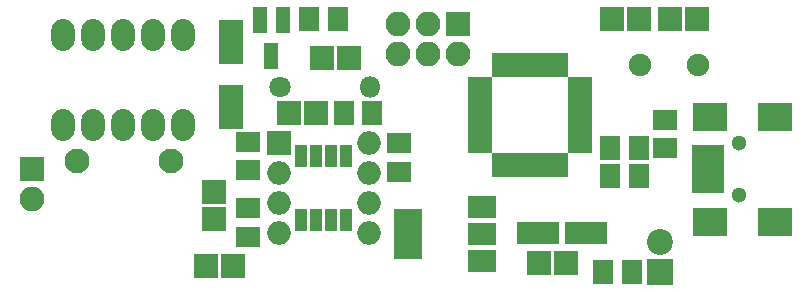
<source format=gts>
G04 #@! TF.FileFunction,Soldermask,Top*
%FSLAX46Y46*%
G04 Gerber Fmt 4.6, Leading zero omitted, Abs format (unit mm)*
G04 Created by KiCad (PCBNEW 4.0.7-e2-6376~58~ubuntu14.04.1) date Mon Mar 25 04:59:34 2019*
%MOMM*%
%LPD*%
G01*
G04 APERTURE LIST*
%ADD10C,0.100000*%
%ADD11R,2.000000X2.000000*%
%ADD12O,2.000000X2.000000*%
%ADD13R,1.000000X1.950000*%
%ADD14O,2.000000X2.700000*%
%ADD15R,1.200000X2.300000*%
%ADD16R,2.400000X4.200000*%
%ADD17R,2.400000X1.900000*%
%ADD18R,3.600000X1.900000*%
%ADD19R,2.000000X0.950000*%
%ADD20R,0.950000X2.000000*%
%ADD21C,1.900000*%
%ADD22R,2.700000X0.900000*%
%ADD23R,2.900000X2.400000*%
%ADD24C,1.300000*%
%ADD25C,1.800000*%
%ADD26O,1.800000X1.800000*%
%ADD27R,2.100000X1.800000*%
%ADD28R,1.800000X2.100000*%
%ADD29R,2.100000X2.100000*%
%ADD30O,2.100000X2.100000*%
%ADD31R,2.100000X3.700000*%
%ADD32R,2.200000X2.200000*%
%ADD33C,2.200000*%
%ADD34C,2.100000*%
G04 APERTURE END LIST*
D10*
D11*
X173900000Y-95800000D03*
D12*
X181520000Y-103420000D03*
X173900000Y-98340000D03*
X181520000Y-100880000D03*
X173900000Y-100880000D03*
X181520000Y-98340000D03*
X173900000Y-103420000D03*
X181520000Y-95800000D03*
D13*
X175795000Y-96900000D03*
X177065000Y-96900000D03*
X178335000Y-96900000D03*
X179605000Y-96900000D03*
X179605000Y-102300000D03*
X178335000Y-102300000D03*
X177065000Y-102300000D03*
X175795000Y-102300000D03*
D14*
X165800000Y-86600000D03*
X163260000Y-86600000D03*
X160720000Y-86600000D03*
X158180000Y-86600000D03*
X155640000Y-86600000D03*
X155640000Y-94220000D03*
X158180000Y-94220000D03*
X160720000Y-94220000D03*
X163260000Y-94220000D03*
X165800000Y-94220000D03*
D15*
X174250000Y-85400000D03*
X172350000Y-85400000D03*
X173300000Y-88400000D03*
D16*
X184850000Y-103500000D03*
D17*
X191150000Y-103500000D03*
X191150000Y-101200000D03*
X191150000Y-105800000D03*
D11*
X168400000Y-102250000D03*
X168400000Y-99950000D03*
X170050000Y-106200000D03*
X167750000Y-106200000D03*
X174750000Y-93200000D03*
X177050000Y-93200000D03*
D18*
X195900000Y-103400000D03*
X199900000Y-103400000D03*
D11*
X198250000Y-105900000D03*
X195950000Y-105900000D03*
X177550000Y-88600000D03*
X179850000Y-88600000D03*
X209350000Y-85300000D03*
X207050000Y-85300000D03*
X204450000Y-85300000D03*
X202150000Y-85300000D03*
D19*
X199450000Y-96200000D03*
X199450000Y-95400000D03*
X199450000Y-94600000D03*
X199450000Y-93800000D03*
X199450000Y-93000000D03*
X199450000Y-92200000D03*
X199450000Y-91400000D03*
X199450000Y-90600000D03*
D20*
X198000000Y-89150000D03*
X197200000Y-89150000D03*
X196400000Y-89150000D03*
X195600000Y-89150000D03*
X194800000Y-89150000D03*
X194000000Y-89150000D03*
X193200000Y-89150000D03*
X192400000Y-89150000D03*
D19*
X190950000Y-90600000D03*
X190950000Y-91400000D03*
X190950000Y-92200000D03*
X190950000Y-93000000D03*
X190950000Y-93800000D03*
X190950000Y-94600000D03*
X190950000Y-95400000D03*
X190950000Y-96200000D03*
D20*
X192400000Y-97650000D03*
X193200000Y-97650000D03*
X194000000Y-97650000D03*
X194800000Y-97650000D03*
X195600000Y-97650000D03*
X196400000Y-97650000D03*
X197200000Y-97650000D03*
X198000000Y-97650000D03*
D21*
X209400000Y-89200000D03*
X204520000Y-89200000D03*
D22*
X210300000Y-99600000D03*
X210300000Y-98800000D03*
X210300000Y-98000000D03*
X210300000Y-97200000D03*
X210300000Y-96400000D03*
D23*
X210400000Y-102450000D03*
X215900000Y-102450000D03*
X210400000Y-93550000D03*
X215900000Y-93550000D03*
D24*
X212900000Y-100200000D03*
X212900000Y-95800000D03*
D25*
X174000000Y-91000000D03*
D26*
X181620000Y-91000000D03*
D27*
X206600000Y-93800000D03*
X206600000Y-96200000D03*
D28*
X204400000Y-98600000D03*
X202000000Y-98600000D03*
X204400000Y-96200000D03*
X202000000Y-96200000D03*
D27*
X171300000Y-103700000D03*
X171300000Y-101300000D03*
X184100000Y-95800000D03*
X184100000Y-98200000D03*
X171300000Y-98100000D03*
X171300000Y-95700000D03*
D28*
X176500000Y-85300000D03*
X178900000Y-85300000D03*
D29*
X189100000Y-85700000D03*
D30*
X189100000Y-88240000D03*
X186560000Y-85700000D03*
X186560000Y-88240000D03*
X184020000Y-85700000D03*
X184020000Y-88240000D03*
D28*
X181800000Y-93200000D03*
X179400000Y-93200000D03*
D31*
X169900000Y-87250000D03*
X169900000Y-92750000D03*
D29*
X153000000Y-98000000D03*
D30*
X153000000Y-100540000D03*
D32*
X206200000Y-106700000D03*
D33*
X206200000Y-104160000D03*
D28*
X201400000Y-106700000D03*
X203800000Y-106700000D03*
D34*
X156800000Y-97300000D03*
X164800000Y-97300000D03*
M02*

</source>
